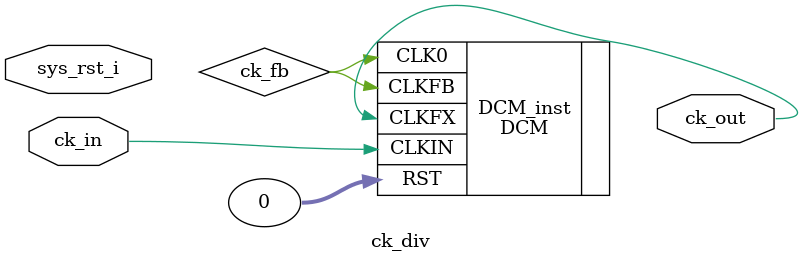
<source format=v>
module ck_div(
input ck_in,
output ck_out,
input sys_rst_i
//output locked;
);
parameter DIV_BY = 1;
parameter MULT_BY = 1;

wire ck_fb;

//DCM #(
//   .CLKDV_DIVIDE(DIV_BY),
//   .DFS_FREQUENCY_MODE("LOW"), // HIGH or LOW frequency mode for frequency synthesis
//   .DUTY_CYCLE_CORRECTION("TRUE"), // Duty cycle correction, TRUE or FALSE
//   .STARTUP_WAIT("TRUE")    // Delay configuration DONE until DCM LOCK, TRUE/FALSE
//) DCM_inst (
//   .CLK0(ck_fb),    
//   .CLKDV(ck_out), 
//   .CLKFB(ck_fb),    // DCM clock feedback
//   .CLKIN(ck_in),     // Clock input (from IBUFG, BUFG or DCM)
//   .RST(0)
//);

DCM #(
   .CLKFX_MULTIPLY(MULT_BY),
   .CLKFX_DIVIDE(DIV_BY),
   .DFS_FREQUENCY_MODE("LOW"), // HIGH or LOW frequency mode for frequency synthesis
   .DUTY_CYCLE_CORRECTION("TRUE"), // Duty cycle correction, TRUE or FALSE
   .STARTUP_WAIT("TRUE")    // Delay configuration DONE until DCM LOCK, TRUE/FALSE
) DCM_inst (
   .CLK0(ck_fb),    
   .CLKFX(ck_out), 
   .CLKFB(ck_fb),    // DCM clock feedback
   .CLKIN(ck_in),     // Clock input (from IBUFG, BUFG or DCM)
   .RST(0)
);

//BUFG BUFG_inst(.I(ck_int), .O(ck_out));

endmodule

</source>
